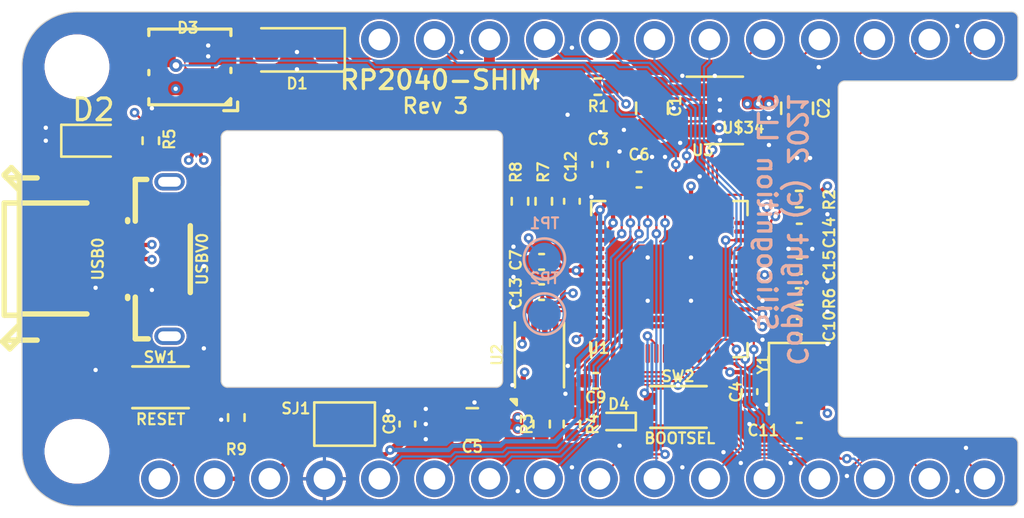
<source format=kicad_pcb>
(kicad_pcb
	(version 20241229)
	(generator "pcbnew")
	(generator_version "9.0")
	(general
		(thickness 1.6)
		(legacy_teardrops no)
	)
	(paper "USLetter")
	(title_block
		(title "RP2040 Shim for PoE-FeatherWing")
		(date "2023-11-29")
		(rev "3")
	)
	(layers
		(0 "F.Cu" signal)
		(4 "In1.Cu" signal)
		(6 "In2.Cu" signal)
		(2 "B.Cu" signal)
		(9 "F.Adhes" user "F.Adhesive")
		(11 "B.Adhes" user "B.Adhesive")
		(13 "F.Paste" user)
		(15 "B.Paste" user)
		(5 "F.SilkS" user "F.Silkscreen")
		(7 "B.SilkS" user "B.Silkscreen")
		(1 "F.Mask" user)
		(3 "B.Mask" user)
		(17 "Dwgs.User" user "User.Drawings")
		(19 "Cmts.User" user "User.Comments")
		(21 "Eco1.User" user "User.Eco1")
		(23 "Eco2.User" user "User.Eco2")
		(25 "Edge.Cuts" user)
		(27 "Margin" user)
		(31 "F.CrtYd" user "F.Courtyard")
		(29 "B.CrtYd" user "B.Courtyard")
		(35 "F.Fab" user)
		(33 "B.Fab" user)
		(39 "User.1" user)
		(41 "User.2" user)
		(43 "User.3" user)
		(45 "User.4" user)
		(47 "User.5" user)
		(49 "User.6" user)
		(51 "User.7" user)
		(53 "User.8" user)
		(55 "User.9" user)
	)
	(setup
		(stackup
			(layer "F.SilkS"
				(type "Top Silk Screen")
			)
			(layer "F.Paste"
				(type "Top Solder Paste")
			)
			(layer "F.Mask"
				(type "Top Solder Mask")
				(thickness 0.01)
			)
			(layer "F.Cu"
				(type "copper")
				(thickness 0.035)
			)
			(layer "dielectric 1"
				(type "core")
				(thickness 0.48)
				(material "FR4")
				(epsilon_r 4.5)
				(loss_tangent 0.02)
			)
			(layer "In1.Cu"
				(type "copper")
				(thickness 0.035)
			)
			(layer "dielectric 2"
				(type "prepreg")
				(thickness 0.48)
				(material "FR4")
				(epsilon_r 4.5)
				(loss_tangent 0.02)
			)
			(layer "In2.Cu"
				(type "copper")
				(thickness 0.035)
			)
			(layer "dielectric 3"
				(type "core")
				(thickness 0.48)
				(material "FR4")
				(epsilon_r 4.5)
				(loss_tangent 0.02)
			)
			(layer "B.Cu"
				(type "copper")
				(thickness 0.035)
			)
			(layer "B.Mask"
				(type "Bottom Solder Mask")
				(thickness 0.01)
			)
			(layer "B.Paste"
				(type "Bottom Solder Paste")
			)
			(layer "B.SilkS"
				(type "Bottom Silk Screen")
			)
			(copper_finish "None")
			(dielectric_constraints no)
		)
		(pad_to_mask_clearance 0)
		(allow_soldermask_bridges_in_footprints no)
		(tenting front back)
		(aux_axis_origin 125.4511 116.4836)
		(grid_origin 125.4511 116.4836)
		(pcbplotparams
			(layerselection 0x00000000_00000000_55555555_5755f5ff)
			(plot_on_all_layers_selection 0x00000000_00000000_00000000_00000000)
			(disableapertmacros no)
			(usegerberextensions no)
			(usegerberattributes yes)
			(usegerberadvancedattributes yes)
			(creategerberjobfile yes)
			(dashed_line_dash_ratio 12.000000)
			(dashed_line_gap_ratio 3.000000)
			(svgprecision 4)
			(plotframeref no)
			(mode 1)
			(useauxorigin no)
			(hpglpennumber 1)
			(hpglpenspeed 20)
			(hpglpendiameter 15.000000)
			(pdf_front_fp_property_popups yes)
			(pdf_back_fp_property_popups yes)
			(pdf_metadata yes)
			(pdf_single_document no)
			(dxfpolygonmode yes)
			(dxfimperialunits yes)
			(dxfusepcbnewfont yes)
			(psnegative no)
			(psa4output no)
			(plot_black_and_white yes)
			(sketchpadsonfab no)
			(plotpadnumbers no)
			(hidednponfab no)
			(sketchdnponfab yes)
			(crossoutdnponfab yes)
			(subtractmaskfromsilk no)
			(outputformat 1)
			(mirror no)
			(drillshape 1)
			(scaleselection 1)
			(outputdirectory "")
		)
	)
	(net 0 "")
	(net 1 "GND")
	(net 2 "AREF")
	(net 3 "Net-(C10-Pad1)")
	(net 4 "Net-(U1-XIN)")
	(net 5 "NEOPIX")
	(net 6 "D4")
	(net 7 "TX_D1")
	(net 8 "+3.3V")
	(net 9 "VBUS")
	(net 10 "RX_D0")
	(net 11 "MISO")
	(net 12 "MOSI")
	(net 13 "SCK")
	(net 14 "D25")
	(net 15 "D24")
	(net 16 "A3")
	(net 17 "A2")
	(net 18 "A1")
	(net 19 "A0")
	(net 20 "D13")
	(net 21 "D12")
	(net 22 "D11")
	(net 23 "D10")
	(net 24 "D9")
	(net 25 "D6")
	(net 26 "D5")
	(net 27 "SCL")
	(net 28 "SDA")
	(net 29 "USBBOOT")
	(net 30 "QSPI_CS")
	(net 31 "Net-(U1-XOUT)")
	(net 32 "USB_D-")
	(net 33 "USB_D+")
	(net 34 "VDD")
	(net 35 "unconnected-(U1-GPIO2-Pad4)")
	(net 36 "unconnected-(U1-GPIO3-Pad5)")
	(net 37 "Net-(D4-A)")
	(net 38 "unconnected-(U1-GPIO5-Pad7)")
	(net 39 "unconnected-(U1-GPIO7-Pad9)")
	(net 40 "unconnected-(U1-GPIO8-Pad11)")
	(net 41 "unconnected-(U1-GPIO9-Pad12)")
	(net 42 "unconnected-(U1-GPIO13-Pad16)")
	(net 43 "QSPI_DATA3")
	(net 44 "QSPI_SCK")
	(net 45 "QSPI_DATA0")
	(net 46 "QSPI_DATA2")
	(net 47 "QSPI_DATA1")
	(net 48 "unconnected-(U3-NC-Pad4)")
	(net 49 "Net-(USB0-ID)")
	(net 50 "Net-(D2-A)")
	(net 51 "Net-(D1-A)")
	(net 52 "unconnected-(U2-EP-Pad9)")
	(net 53 "+BATT")
	(net 54 "Net-(U1-USB_DM)")
	(net 55 "Net-(U1-USB_DP)")
	(net 56 "EN")
	(net 57 "SWCLK")
	(net 58 "SWDIO")
	(net 59 "RUN")
	(net 60 "unconnected-(D3-DOUT-Pad2)")
	(footprint "Jumper:SolderJumper-2_P1.3mm_Bridged_Pad1.0x1.5mm" (layer "F.Cu") (at 140.4011 112.6336 180))
	(footprint "Connector_PinHeader_2.54mm:PinHeader_1x12_P2.54mm_Vertical" (layer "F.Cu") (at 142.0111 94.8536 90))
	(footprint "LED_SMD:LED_0603_1608Metric" (layer "F.Cu") (at 128.8011 99.5336))
	(footprint "Fiducial:Fiducial_1mm_Mask2mm" (layer "F.Cu") (at 127.0011 110.7336))
	(footprint "Capacitor_SMD:C_0402_1005Metric" (layer "F.Cu") (at 161.4011 112.9336))
	(footprint "usb:USB-SMD_U-D-M5DS-W-4" (layer "F.Cu") (at 132.005 105.0036 -90))
	(footprint "Capacitor_SMD:C_0805_2012Metric" (layer "F.Cu") (at 146.3011 112.6336 180))
	(footprint "Capacitor_SMD:C_0402_1005Metric" (layer "F.Cu") (at 154.0011 101.3336))
	(footprint "Resistor_SMD:R_0402_1005Metric" (layer "F.Cu") (at 152.1011 97.0336 180))
	(footprint "Diode_SMD:D_SOD-123F" (layer "F.Cu") (at 138.2011 95.3336 180))
	(footprint "Package_DFN_QFN:QFN-56-1EP_7x7mm_P0.4mm_EP3.2x3.2mm" (layer "F.Cu") (at 155.4011 105.9336 90))
	(footprint "MountingHole:MountingHole_2.5mm" (layer "F.Cu") (at 128.0411 96.1136))
	(footprint "Capacitor_SMD:C_0402_1005Metric" (layer "F.Cu") (at 161.4011 103.7336))
	(footprint "Resistor_SMD:R_0402_1005Metric" (layer "F.Cu") (at 161.4011 106.7336 180))
	(footprint "Fiducial:Fiducial_1mm_Mask2mm" (layer "F.Cu") (at 158.8111 100.9336))
	(footprint "Resistor_SMD:R_0402_1005Metric" (layer "F.Cu") (at 148.5011 102.3336 90))
	(footprint "Capacitor_SMD:C_0402_1005Metric" (layer "F.Cu") (at 149.5011 105.1336 180))
	(footprint "Resistor_SMD:R_0402_1005Metric" (layer "F.Cu") (at 149.5011 112.6336 -90))
	(footprint "Capacitor_SMD:C_0402_1005Metric" (layer "F.Cu") (at 149.5011 106.5336 180))
	(footprint "Resistor_SMD:R_0402_1005Metric" (layer "F.Cu") (at 131.4511 99.5336 90))
	(footprint "Package_TO_SOT_SMD:SOT-23-5" (layer "F.Cu") (at 158.0011 98.1336))
	(footprint "Capacitor_SMD:C_0402_1005Metric" (layer "F.Cu") (at 152.2011 100.6336 90))
	(footprint "Connector_PinHeader_2.54mm:PinHeader_1x16_P2.54mm_Vertical" (layer "F.Cu") (at 169.9511 115.1636 -90))
	(footprint "Resistor_SMD:R_0402_1005Metric" (layer "F.Cu") (at 149.6011 102.3336 90))
	(footprint "Capacitor_SMD:C_0402_1005Metric" (layer "F.Cu") (at 161.4011 105.3336))
	(footprint "Capacitor_SMD:C_0402_1005Metric" (layer "F.Cu") (at 152.0011 110.6336 180))
	(footprint "switches:EVPBB0AAB000"
		(layer "F.Cu")
		(uuid "ab7cbb4e-3956-40c2-821f-e331e1e7dc23")
		(at 131.9011 110.9336 180)
		(property "Reference" "SW1"
			(at 0.01 1.39 180)
			(layer "F.SilkS")
			(uuid "a8d63cf8-d123-4476-9618-c7f5cea0b998")
			(effects
				(font
					(size 0.5 0.5)
					(thickness 0.1)
					(bold yes)
				)
			)
		)
		(property "Value" "EVP-BB0AAB000"
			(at 0 2.369355 180)
			(layer "F.Fab")
			(uuid "2a657af5-bc78-4f79-9626-e3d820f9a915")
			(effects
				(font
					(size 0.5 0.5)
					(thickness 0.1)
					(bold yes)
				)
			)
		)
		(property "Datasheet" "https://partdb.alfter.us/en/part/342/info"
			(at 0 0 180)
			(layer "F.Fab")
			(hide yes)
			(uuid "af5d5c4e-0d5a-4ea3-9317-4883e95d4415")
			(effects
				(font
					(size 1.27 1.27)
					(thickness 0.15)
				)
			)
		)
		(property "Description" "Tactile Switch SPST-NO Top Actuated Surface Mount"
			(at 0 0 180)
			(layer "F.Fab")
			(hide yes)
			(uuid "d41e3dba-4f34-4e15-b8c2-ca051ffa7cc6")
			(effects
				(font
					(size 1.27 1.27)
					(thickness 0.15)
				)
			)
		)
		(property "MPN" "SKTAAAE010 "
			(at 0 0 180)
			(unlocked yes)
			(layer "F.Fab")
			(hide yes)
			(uuid "847943b2-245b-4950-b2ef-b7065ea66b9b")
			(effects
				(font
					(size 1 1)
					(thickness 0.15)
				)
			)
		)
		(property "Manufacturer" "Panasonic Electronic Components"
			(at 0 0 180)
			(unlocked yes)
			(layer "F.Fab")
			(hide yes)
			(uuid "7c70132c-8607-4d2a-a42b-eae03170c3fd")
			(effects
				(font
					(size 1 1)
					(thickness 0.15)
				)
			)
		)
		(property "Part-DB IPN" "242"
			(at 0 0 180)
			(unlocked yes)
			(layer "F.Fab")
			(hide yes)
			(uuid "66acf43c-c305-4d8e-a2fd-8a7af0fda109")
			(effects
				(font
					(size 1 1)
					(thickness 0.15)
				)
			)
		)
		(property "Category" "Switches/Tactile Switches"
			(at 0 0 180)
			(unlocked yes)
			(layer "F.Fab")
			(hide yes)
			(uuid "96034f95-3cef-4b2e-9364-92f161ddd670")
			(effects
				(font
					(size 1 1)
					(thickness 0.15)
				)
			)
		)
		(property "Manufacturing Status" "Active"
			(at 0 0 180)
			(unlocked yes)
			(layer "F.Fab")
			(hide yes)
			(uuid "53265328-f8e9-4426-bd4c-a977a6ea4232")
			(effects
				(font
					(size 1 1)
					(thickness 0.15)
				)
			)
		)
		(property "Part-DB 
... [2138295 chars truncated]
</source>
